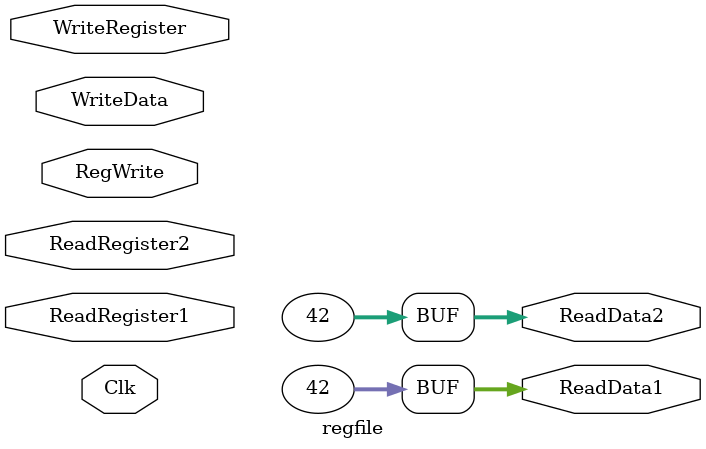
<source format=v>

module regfile
(
output[31:0]	ReadData1,	// Contents of first register read
output[31:0]	ReadData2,	// Contents of second register read
input[31:0]	WriteData,	// Contents to write to register
input[4:0]	ReadRegister1,	// Address of first register to read
input[4:0]	ReadRegister2,	// Address of second register to read
input[4:0]	WriteRegister,	// Address of register to write
input		RegWrite,	// Enable writing of register when High
input		Clk		// Clock (Positive Edge Triggered)
);

  // These two lines are clearly wrong.  They are included to showcase how the 
  // test harness works. Delete them after you understand the testing process, 
  // and replace them with your actual code.
  assign ReadData1 = 42;
  assign ReadData2 = 42;

endmodule
</source>
